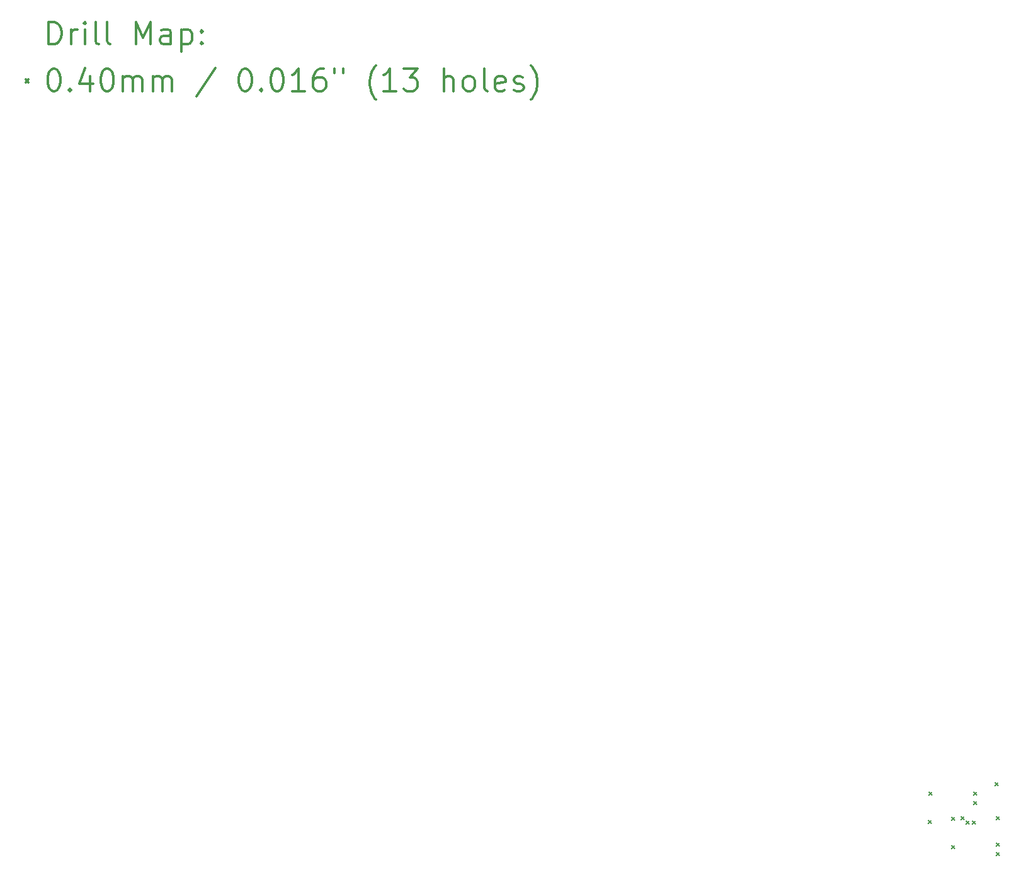
<source format=gbr>
%FSLAX45Y45*%
G04 Gerber Fmt 4.5, Leading zero omitted, Abs format (unit mm)*
G04 Created by KiCad (PCBNEW 4.0.7) date 12/05/18 11:45:20*
%MOMM*%
%LPD*%
G01*
G04 APERTURE LIST*
%ADD10C,0.127000*%
%ADD11C,0.200000*%
%ADD12C,0.300000*%
G04 APERTURE END LIST*
D10*
D11*
X12095800Y-10902000D02*
X12135800Y-10942000D01*
X12135800Y-10902000D02*
X12095800Y-10942000D01*
X12108500Y-10521000D02*
X12148500Y-10561000D01*
X12148500Y-10521000D02*
X12108500Y-10561000D01*
X12413300Y-10863900D02*
X12453300Y-10903900D01*
X12453300Y-10863900D02*
X12413300Y-10903900D01*
X12413300Y-11244900D02*
X12453300Y-11284900D01*
X12453300Y-11244900D02*
X12413300Y-11284900D01*
X12540300Y-10851200D02*
X12580300Y-10891200D01*
X12580300Y-10851200D02*
X12540300Y-10891200D01*
X12603800Y-10914700D02*
X12643800Y-10954700D01*
X12643800Y-10914700D02*
X12603800Y-10954700D01*
X12692700Y-10914700D02*
X12732700Y-10954700D01*
X12732700Y-10914700D02*
X12692700Y-10954700D01*
X12705400Y-10521000D02*
X12745400Y-10561000D01*
X12745400Y-10521000D02*
X12705400Y-10561000D01*
X12705400Y-10648000D02*
X12745400Y-10688000D01*
X12745400Y-10648000D02*
X12705400Y-10688000D01*
X12997500Y-10394000D02*
X13037500Y-10434000D01*
X13037500Y-10394000D02*
X12997500Y-10434000D01*
X13010200Y-10851200D02*
X13050200Y-10891200D01*
X13050200Y-10851200D02*
X13010200Y-10891200D01*
X13010200Y-11206800D02*
X13050200Y-11246800D01*
X13050200Y-11206800D02*
X13010200Y-11246800D01*
X13010200Y-11333800D02*
X13050200Y-11373800D01*
X13050200Y-11333800D02*
X13010200Y-11373800D01*
D12*
X271429Y-465714D02*
X271429Y-165714D01*
X342857Y-165714D01*
X385714Y-180000D01*
X414286Y-208571D01*
X428571Y-237143D01*
X442857Y-294286D01*
X442857Y-337143D01*
X428571Y-394286D01*
X414286Y-422857D01*
X385714Y-451429D01*
X342857Y-465714D01*
X271429Y-465714D01*
X571429Y-465714D02*
X571429Y-265714D01*
X571429Y-322857D02*
X585714Y-294286D01*
X600000Y-280000D01*
X628571Y-265714D01*
X657143Y-265714D01*
X757143Y-465714D02*
X757143Y-265714D01*
X757143Y-165714D02*
X742857Y-180000D01*
X757143Y-194286D01*
X771429Y-180000D01*
X757143Y-165714D01*
X757143Y-194286D01*
X942857Y-465714D02*
X914286Y-451429D01*
X900000Y-422857D01*
X900000Y-165714D01*
X1100000Y-465714D02*
X1071429Y-451429D01*
X1057143Y-422857D01*
X1057143Y-165714D01*
X1442857Y-465714D02*
X1442857Y-165714D01*
X1542857Y-380000D01*
X1642857Y-165714D01*
X1642857Y-465714D01*
X1914286Y-465714D02*
X1914286Y-308571D01*
X1900000Y-280000D01*
X1871429Y-265714D01*
X1814286Y-265714D01*
X1785714Y-280000D01*
X1914286Y-451429D02*
X1885714Y-465714D01*
X1814286Y-465714D01*
X1785714Y-451429D01*
X1771429Y-422857D01*
X1771429Y-394286D01*
X1785714Y-365714D01*
X1814286Y-351429D01*
X1885714Y-351429D01*
X1914286Y-337143D01*
X2057143Y-265714D02*
X2057143Y-565714D01*
X2057143Y-280000D02*
X2085714Y-265714D01*
X2142857Y-265714D01*
X2171429Y-280000D01*
X2185714Y-294286D01*
X2200000Y-322857D01*
X2200000Y-408571D01*
X2185714Y-437143D01*
X2171429Y-451429D01*
X2142857Y-465714D01*
X2085714Y-465714D01*
X2057143Y-451429D01*
X2328572Y-437143D02*
X2342857Y-451429D01*
X2328572Y-465714D01*
X2314286Y-451429D01*
X2328572Y-437143D01*
X2328572Y-465714D01*
X2328572Y-280000D02*
X2342857Y-294286D01*
X2328572Y-308571D01*
X2314286Y-294286D01*
X2328572Y-280000D01*
X2328572Y-308571D01*
X-40000Y-940000D02*
X0Y-980000D01*
X0Y-940000D02*
X-40000Y-980000D01*
X328571Y-795714D02*
X357143Y-795714D01*
X385714Y-810000D01*
X400000Y-824286D01*
X414286Y-852857D01*
X428571Y-910000D01*
X428571Y-981429D01*
X414286Y-1038571D01*
X400000Y-1067143D01*
X385714Y-1081429D01*
X357143Y-1095714D01*
X328571Y-1095714D01*
X300000Y-1081429D01*
X285714Y-1067143D01*
X271429Y-1038571D01*
X257143Y-981429D01*
X257143Y-910000D01*
X271429Y-852857D01*
X285714Y-824286D01*
X300000Y-810000D01*
X328571Y-795714D01*
X557143Y-1067143D02*
X571429Y-1081429D01*
X557143Y-1095714D01*
X542857Y-1081429D01*
X557143Y-1067143D01*
X557143Y-1095714D01*
X828571Y-895714D02*
X828571Y-1095714D01*
X757143Y-781429D02*
X685714Y-995714D01*
X871428Y-995714D01*
X1042857Y-795714D02*
X1071429Y-795714D01*
X1100000Y-810000D01*
X1114286Y-824286D01*
X1128571Y-852857D01*
X1142857Y-910000D01*
X1142857Y-981429D01*
X1128571Y-1038571D01*
X1114286Y-1067143D01*
X1100000Y-1081429D01*
X1071429Y-1095714D01*
X1042857Y-1095714D01*
X1014286Y-1081429D01*
X1000000Y-1067143D01*
X985714Y-1038571D01*
X971429Y-981429D01*
X971429Y-910000D01*
X985714Y-852857D01*
X1000000Y-824286D01*
X1014286Y-810000D01*
X1042857Y-795714D01*
X1271429Y-1095714D02*
X1271429Y-895714D01*
X1271429Y-924286D02*
X1285714Y-910000D01*
X1314286Y-895714D01*
X1357143Y-895714D01*
X1385714Y-910000D01*
X1400000Y-938571D01*
X1400000Y-1095714D01*
X1400000Y-938571D02*
X1414286Y-910000D01*
X1442857Y-895714D01*
X1485714Y-895714D01*
X1514286Y-910000D01*
X1528571Y-938571D01*
X1528571Y-1095714D01*
X1671429Y-1095714D02*
X1671429Y-895714D01*
X1671429Y-924286D02*
X1685714Y-910000D01*
X1714286Y-895714D01*
X1757143Y-895714D01*
X1785714Y-910000D01*
X1800000Y-938571D01*
X1800000Y-1095714D01*
X1800000Y-938571D02*
X1814286Y-910000D01*
X1842857Y-895714D01*
X1885714Y-895714D01*
X1914286Y-910000D01*
X1928571Y-938571D01*
X1928571Y-1095714D01*
X2514286Y-781429D02*
X2257143Y-1167143D01*
X2900000Y-795714D02*
X2928571Y-795714D01*
X2957143Y-810000D01*
X2971428Y-824286D01*
X2985714Y-852857D01*
X3000000Y-910000D01*
X3000000Y-981429D01*
X2985714Y-1038571D01*
X2971428Y-1067143D01*
X2957143Y-1081429D01*
X2928571Y-1095714D01*
X2900000Y-1095714D01*
X2871428Y-1081429D01*
X2857143Y-1067143D01*
X2842857Y-1038571D01*
X2828571Y-981429D01*
X2828571Y-910000D01*
X2842857Y-852857D01*
X2857143Y-824286D01*
X2871428Y-810000D01*
X2900000Y-795714D01*
X3128571Y-1067143D02*
X3142857Y-1081429D01*
X3128571Y-1095714D01*
X3114286Y-1081429D01*
X3128571Y-1067143D01*
X3128571Y-1095714D01*
X3328571Y-795714D02*
X3357143Y-795714D01*
X3385714Y-810000D01*
X3400000Y-824286D01*
X3414286Y-852857D01*
X3428571Y-910000D01*
X3428571Y-981429D01*
X3414286Y-1038571D01*
X3400000Y-1067143D01*
X3385714Y-1081429D01*
X3357143Y-1095714D01*
X3328571Y-1095714D01*
X3300000Y-1081429D01*
X3285714Y-1067143D01*
X3271428Y-1038571D01*
X3257143Y-981429D01*
X3257143Y-910000D01*
X3271428Y-852857D01*
X3285714Y-824286D01*
X3300000Y-810000D01*
X3328571Y-795714D01*
X3714286Y-1095714D02*
X3542857Y-1095714D01*
X3628571Y-1095714D02*
X3628571Y-795714D01*
X3600000Y-838571D01*
X3571428Y-867143D01*
X3542857Y-881429D01*
X3971428Y-795714D02*
X3914286Y-795714D01*
X3885714Y-810000D01*
X3871428Y-824286D01*
X3842857Y-867143D01*
X3828571Y-924286D01*
X3828571Y-1038571D01*
X3842857Y-1067143D01*
X3857143Y-1081429D01*
X3885714Y-1095714D01*
X3942857Y-1095714D01*
X3971428Y-1081429D01*
X3985714Y-1067143D01*
X4000000Y-1038571D01*
X4000000Y-967143D01*
X3985714Y-938571D01*
X3971428Y-924286D01*
X3942857Y-910000D01*
X3885714Y-910000D01*
X3857143Y-924286D01*
X3842857Y-938571D01*
X3828571Y-967143D01*
X4114286Y-795714D02*
X4114286Y-852857D01*
X4228571Y-795714D02*
X4228571Y-852857D01*
X4671429Y-1210000D02*
X4657143Y-1195714D01*
X4628571Y-1152857D01*
X4614286Y-1124286D01*
X4600000Y-1081429D01*
X4585714Y-1010000D01*
X4585714Y-952857D01*
X4600000Y-881429D01*
X4614286Y-838571D01*
X4628571Y-810000D01*
X4657143Y-767143D01*
X4671429Y-752857D01*
X4942857Y-1095714D02*
X4771429Y-1095714D01*
X4857143Y-1095714D02*
X4857143Y-795714D01*
X4828571Y-838571D01*
X4800000Y-867143D01*
X4771429Y-881429D01*
X5042857Y-795714D02*
X5228571Y-795714D01*
X5128571Y-910000D01*
X5171429Y-910000D01*
X5200000Y-924286D01*
X5214286Y-938571D01*
X5228571Y-967143D01*
X5228571Y-1038571D01*
X5214286Y-1067143D01*
X5200000Y-1081429D01*
X5171429Y-1095714D01*
X5085714Y-1095714D01*
X5057143Y-1081429D01*
X5042857Y-1067143D01*
X5585714Y-1095714D02*
X5585714Y-795714D01*
X5714286Y-1095714D02*
X5714286Y-938571D01*
X5700000Y-910000D01*
X5671428Y-895714D01*
X5628571Y-895714D01*
X5600000Y-910000D01*
X5585714Y-924286D01*
X5900000Y-1095714D02*
X5871428Y-1081429D01*
X5857143Y-1067143D01*
X5842857Y-1038571D01*
X5842857Y-952857D01*
X5857143Y-924286D01*
X5871428Y-910000D01*
X5900000Y-895714D01*
X5942857Y-895714D01*
X5971428Y-910000D01*
X5985714Y-924286D01*
X6000000Y-952857D01*
X6000000Y-1038571D01*
X5985714Y-1067143D01*
X5971428Y-1081429D01*
X5942857Y-1095714D01*
X5900000Y-1095714D01*
X6171428Y-1095714D02*
X6142857Y-1081429D01*
X6128571Y-1052857D01*
X6128571Y-795714D01*
X6400000Y-1081429D02*
X6371429Y-1095714D01*
X6314286Y-1095714D01*
X6285714Y-1081429D01*
X6271429Y-1052857D01*
X6271429Y-938571D01*
X6285714Y-910000D01*
X6314286Y-895714D01*
X6371429Y-895714D01*
X6400000Y-910000D01*
X6414286Y-938571D01*
X6414286Y-967143D01*
X6271429Y-995714D01*
X6528571Y-1081429D02*
X6557143Y-1095714D01*
X6614286Y-1095714D01*
X6642857Y-1081429D01*
X6657143Y-1052857D01*
X6657143Y-1038571D01*
X6642857Y-1010000D01*
X6614286Y-995714D01*
X6571429Y-995714D01*
X6542857Y-981429D01*
X6528571Y-952857D01*
X6528571Y-938571D01*
X6542857Y-910000D01*
X6571429Y-895714D01*
X6614286Y-895714D01*
X6642857Y-910000D01*
X6757143Y-1210000D02*
X6771429Y-1195714D01*
X6800000Y-1152857D01*
X6814286Y-1124286D01*
X6828571Y-1081429D01*
X6842857Y-1010000D01*
X6842857Y-952857D01*
X6828571Y-881429D01*
X6814286Y-838571D01*
X6800000Y-810000D01*
X6771429Y-767143D01*
X6757143Y-752857D01*
M02*

</source>
